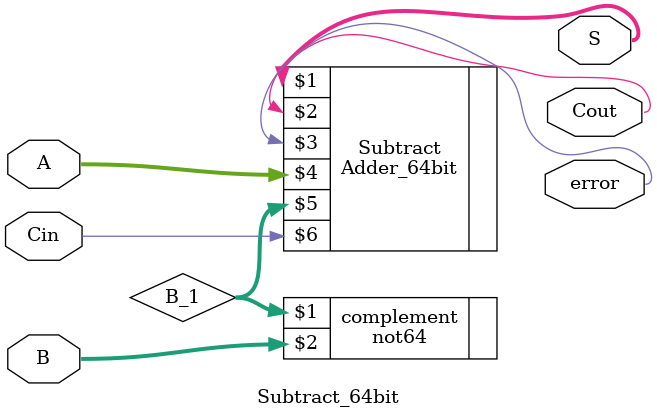
<source format=v>
`ifndef SUB_64BIT
`define SUB_64BIT

`include "../ALU/Add_64bit.v"
module Subtract_64bit(S, Cout, error, A, B, Cin);

    input [63:0] A, B;
    input Cin;
    output [63:0] S;
    output Cout, error;

    wire [63:0] B_1;
    integer k;

    // 1's complement of B structural
    not64 complement(B_1, B);   

    Adder_64bit Subtract(S, Cout, error, A, B_1, Cin);


endmodule

`endif
</source>
